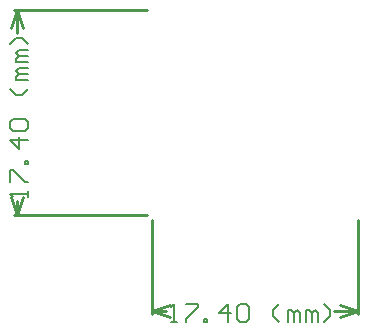
<source format=gm1>
%FSLAX25Y25*%
%MOIN*%
G70*
G01*
G75*
G04 Layer_Color=16711935*
%ADD10R,0.04016X0.03543*%
%ADD11C,0.02500*%
%ADD12R,0.28500X0.13000*%
%ADD13R,0.23500X0.21500*%
%ADD14R,0.39500X0.21500*%
%ADD15C,0.07500*%
%ADD16R,0.10000X0.05000*%
%ADD17O,0.10000X0.05000*%
%ADD18C,0.01000*%
%ADD19C,0.00700*%
%ADD20R,0.04816X0.04343*%
%ADD21C,0.08300*%
%ADD22R,0.10800X0.05800*%
%ADD23O,0.10800X0.05800*%
%ADD24C,0.00600*%
D18*
X273622Y272000D02*
Y303528D01*
X205118Y272000D02*
Y303528D01*
X265862Y273000D02*
X273622D01*
X205118D02*
X209679D01*
X267622Y275000D02*
X273622Y273000D01*
X267622Y271000D02*
X273622Y273000D01*
X205118D02*
X211118Y271000D01*
X205118Y273000D02*
X211118Y275000D01*
X159000Y373622D02*
X203528D01*
X159000Y305118D02*
X203528D01*
X160000Y365862D02*
Y373622D01*
Y305118D02*
Y309679D01*
X158000Y367622D02*
X160000Y373622D01*
X162000Y367622D01*
X160000Y305118D02*
X162000Y311118D01*
X158000D02*
X160000Y305118D01*
D24*
X211279Y269401D02*
X213278D01*
X212278D01*
Y275399D01*
X211279Y274399D01*
X216277Y275399D02*
X220276D01*
Y274399D01*
X216277Y270401D01*
Y269401D01*
X222275D02*
Y270401D01*
X223275D01*
Y269401D01*
X222275D01*
X230273D02*
Y275399D01*
X227274Y272400D01*
X231272D01*
X233272Y274399D02*
X234271Y275399D01*
X236271D01*
X237270Y274399D01*
Y270401D01*
X236271Y269401D01*
X234271D01*
X233272Y270401D01*
Y274399D01*
X247267Y269401D02*
X245268Y271400D01*
Y273400D01*
X247267Y275399D01*
X250266Y269401D02*
Y273400D01*
X251266D01*
X252265Y272400D01*
Y269401D01*
Y272400D01*
X253265Y273400D01*
X254265Y272400D01*
Y269401D01*
X256264D02*
Y273400D01*
X257264D01*
X258263Y272400D01*
Y269401D01*
Y272400D01*
X259263Y273400D01*
X260263Y272400D01*
Y269401D01*
X262262D02*
X264262Y271400D01*
Y273400D01*
X262262Y275399D01*
X163599Y311279D02*
Y313278D01*
Y312278D01*
X157601D01*
X158601Y311279D01*
X157601Y316277D02*
Y320276D01*
X158601D01*
X162599Y316277D01*
X163599D01*
Y322275D02*
X162599D01*
Y323275D01*
X163599D01*
Y322275D01*
Y330273D02*
X157601D01*
X160600Y327274D01*
Y331272D01*
X158601Y333272D02*
X157601Y334271D01*
Y336271D01*
X158601Y337270D01*
X162599D01*
X163599Y336271D01*
Y334271D01*
X162599Y333272D01*
X158601D01*
X163599Y347267D02*
X161600Y345268D01*
X159600D01*
X157601Y347267D01*
X163599Y350266D02*
X159600D01*
Y351266D01*
X160600Y352265D01*
X163599D01*
X160600D01*
X159600Y353265D01*
X160600Y354265D01*
X163599D01*
Y356264D02*
X159600D01*
Y357264D01*
X160600Y358263D01*
X163599D01*
X160600D01*
X159600Y359263D01*
X160600Y360263D01*
X163599D01*
Y362262D02*
X161600Y364262D01*
X159600D01*
X157601Y362262D01*
M02*

</source>
